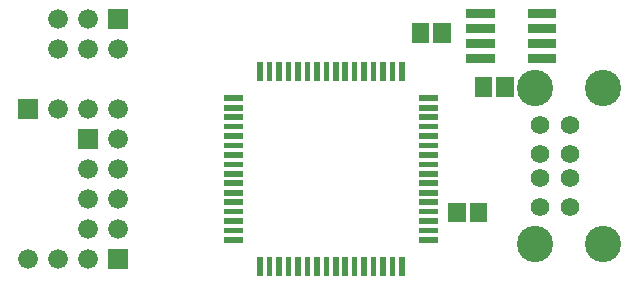
<source format=gbr>
G04 start of page 4 for group -4063 idx -4063 *
G04 Title: (unknown), componentmask *
G04 Creator: pcb 20091103 *
G04 CreationDate: Mon 14 Mar 2011 05:58:12 AM GMT UTC *
G04 For: gjhurlbu *
G04 Format: Gerber/RS-274X *
G04 PCB-Dimensions: 600000 500000 *
G04 PCB-Coordinate-Origin: lower left *
%MOIN*%
%FSLAX25Y25*%
%LNFRONTMASK*%
%ADD12C,0.0200*%
%ADD23C,0.0660*%
%ADD24C,0.0620*%
%ADD25C,0.1210*%
%ADD26R,0.0187X0.0187*%
%ADD27R,0.0300X0.0300*%
%ADD28R,0.0572X0.0572*%
G54D12*G36*
X46700Y443300D02*Y436700D01*
X53300D01*
Y443300D01*
X46700D01*
G37*
G54D23*X60000Y440000D03*
X70000D03*
X80000D03*
G54D12*G36*
X66700Y433300D02*Y426700D01*
X73300D01*
Y433300D01*
X66700D01*
G37*
G54D23*X80000Y430000D03*
X70000Y420000D03*
Y410000D03*
Y400000D03*
Y390000D03*
X60000D03*
X80000Y420000D03*
Y410000D03*
Y400000D03*
G54D12*G36*
X76700Y393300D02*Y386700D01*
X83300D01*
Y393300D01*
X76700D01*
G37*
G54D23*X50000Y390000D03*
G54D12*G36*
X76700Y473300D02*Y466700D01*
X83300D01*
Y473300D01*
X76700D01*
G37*
G54D23*X80000Y460000D03*
X70000Y470000D03*
Y460000D03*
X60000Y470000D03*
Y460000D03*
G54D24*X230800Y407300D03*
Y417100D03*
X220500Y407300D03*
X230800Y425000D03*
Y434800D03*
X220500Y417100D03*
Y425000D03*
Y434800D03*
G54D25*X219100Y395200D03*
X241500D03*
X219100Y446900D03*
X241500D03*
G54D26*X127378Y389654D02*Y385228D01*
X130527Y389654D02*Y385228D01*
X133677Y389654D02*Y385228D01*
X136826Y389654D02*Y385228D01*
X139976Y389654D02*Y385228D01*
X143126Y389654D02*Y385228D01*
X146275Y389654D02*Y385228D01*
X149425Y389654D02*Y385228D01*
X152574Y389654D02*Y385228D01*
X165174Y454772D02*Y450346D01*
X162024Y454772D02*Y450346D01*
X158874Y454772D02*Y450346D01*
X155725Y454772D02*Y450346D01*
X152575Y454772D02*Y450346D01*
X149426Y454772D02*Y450346D01*
X146276Y454772D02*Y450346D01*
X143126Y454772D02*Y450346D01*
X139977Y454772D02*Y450346D01*
X136827Y454772D02*Y450346D01*
X133678Y454772D02*Y450346D01*
X130528Y454772D02*Y450346D01*
X127378Y454772D02*Y450346D01*
X116228Y443622D02*X120654D01*
X116228Y440473D02*X120654D01*
X116228Y437323D02*X120654D01*
X116228Y434174D02*X120654D01*
X116228Y431024D02*X120654D01*
X116228Y427874D02*X120654D01*
X116228Y424725D02*X120654D01*
X116228Y421575D02*X120654D01*
X116228Y418426D02*X120654D01*
X116228Y415276D02*X120654D01*
X116228Y412126D02*X120654D01*
X116228Y408977D02*X120654D01*
X116228Y405827D02*X120654D01*
X116228Y402678D02*X120654D01*
X116228Y399528D02*X120654D01*
X116228Y396378D02*X120654D01*
X181346Y427874D02*X185772D01*
X181346Y431023D02*X185772D01*
X181346Y415275D02*X185772D01*
X181346Y418425D02*X185772D01*
X181346Y421574D02*X185772D01*
X181346Y424724D02*X185772D01*
X181346Y434173D02*X185772D01*
G54D27*X218000Y457000D02*X224500D01*
X218000Y462000D02*X224500D01*
X218000Y467000D02*X224500D01*
X197500Y472000D02*X204000D01*
X197500Y467000D02*X204000D01*
X197500Y462000D02*X204000D01*
X197500Y457000D02*X204000D01*
X218000Y472000D02*X224500D01*
G54D28*X201914Y447786D02*Y447000D01*
X209000Y447786D02*Y447000D01*
X188000Y465786D02*Y465000D01*
X180914Y465786D02*Y465000D01*
G54D26*X155724Y389654D02*Y385228D01*
X158874Y389654D02*Y385228D01*
X162023Y389654D02*Y385228D01*
X165173Y389654D02*Y385228D01*
X168322Y389654D02*Y385228D01*
X171472Y389654D02*Y385228D01*
X174622Y389654D02*Y385228D01*
X181346Y437322D02*X185772D01*
X181346Y440472D02*X185772D01*
X181346Y443622D02*X185772D01*
X174622Y454772D02*Y450346D01*
X171473Y454772D02*Y450346D01*
X168323Y454772D02*Y450346D01*
X181346Y396378D02*X185772D01*
X181346Y399527D02*X185772D01*
X181346Y402677D02*X185772D01*
X181346Y405826D02*X185772D01*
X181346Y408976D02*X185772D01*
X181346Y412126D02*X185772D01*
G54D28*X193000Y406000D02*Y405214D01*
X200086Y406000D02*Y405214D01*
M02*

</source>
